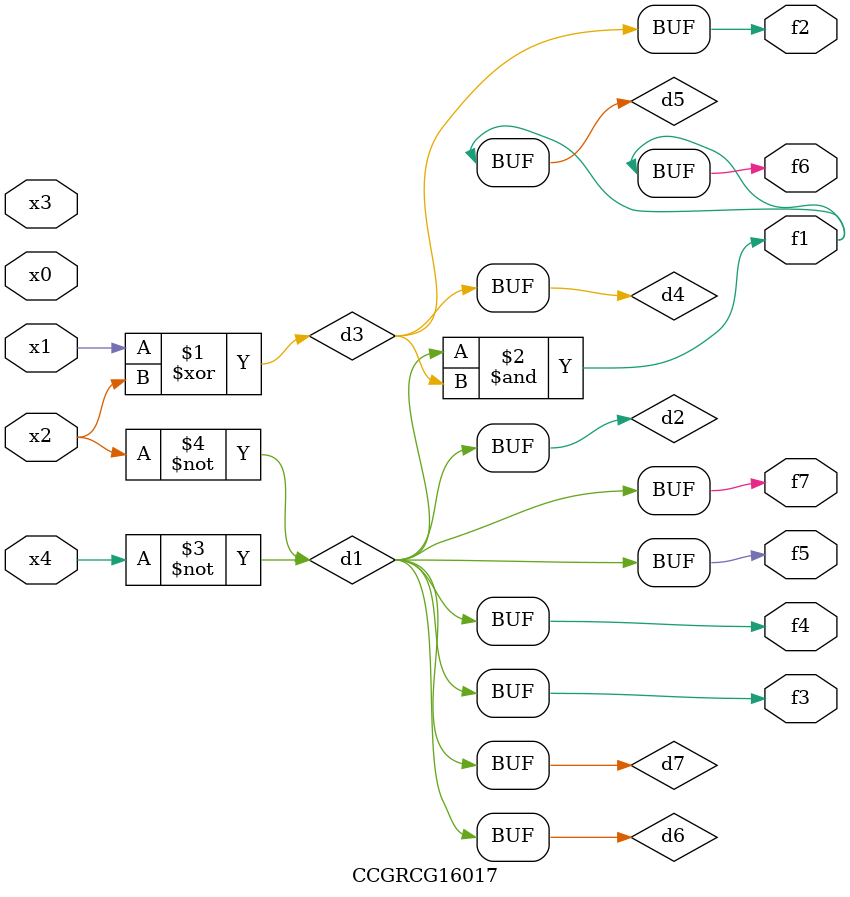
<source format=v>
module CCGRCG16017(
	input x0, x1, x2, x3, x4,
	output f1, f2, f3, f4, f5, f6, f7
);

	wire d1, d2, d3, d4, d5, d6, d7;

	not (d1, x4);
	not (d2, x2);
	xor (d3, x1, x2);
	buf (d4, d3);
	and (d5, d1, d3);
	buf (d6, d1, d2);
	buf (d7, d2);
	assign f1 = d5;
	assign f2 = d4;
	assign f3 = d7;
	assign f4 = d7;
	assign f5 = d7;
	assign f6 = d5;
	assign f7 = d7;
endmodule

</source>
